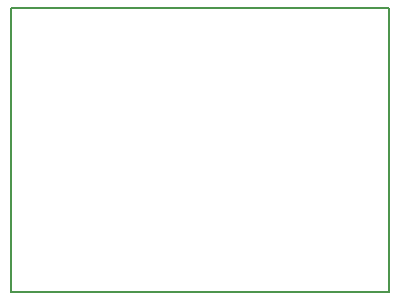
<source format=gko>
G04*
G04 #@! TF.GenerationSoftware,Altium Limited,Altium Designer,24.5.2 (23)*
G04*
G04 Layer_Color=16711935*
%FSLAX44Y44*%
%MOMM*%
G71*
G04*
G04 #@! TF.SameCoordinates,71DE77E4-8B13-49D2-B116-840717ED03C6*
G04*
G04*
G04 #@! TF.FilePolarity,Positive*
G04*
G01*
G75*
%ADD10C,0.2000*%
D10*
X0Y0D02*
X320000D01*
Y240000D01*
X0D02*
X320000D01*
X0Y0D02*
Y240000D01*
M02*

</source>
